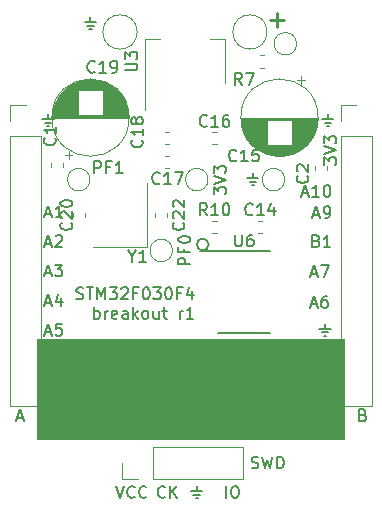
<source format=gbr>
G04 #@! TF.GenerationSoftware,KiCad,Pcbnew,5.1.2-1.fc30*
G04 #@! TF.CreationDate,2019-06-09T13:39:02+09:00*
G04 #@! TF.ProjectId,driver,64726976-6572-42e6-9b69-6361645f7063,rev?*
G04 #@! TF.SameCoordinates,Original*
G04 #@! TF.FileFunction,Legend,Top*
G04 #@! TF.FilePolarity,Positive*
%FSLAX46Y46*%
G04 Gerber Fmt 4.6, Leading zero omitted, Abs format (unit mm)*
G04 Created by KiCad (PCBNEW 5.1.2-1.fc30) date 2019-06-09 13:39:02*
%MOMM*%
%LPD*%
G04 APERTURE LIST*
%ADD10C,0.220000*%
%ADD11C,0.150000*%
%ADD12C,0.100000*%
%ADD13C,0.120000*%
G04 APERTURE END LIST*
D10*
X152228571Y-56507142D02*
X153371428Y-56507142D01*
X152800000Y-57078571D02*
X152800000Y-55935714D01*
D11*
X136523809Y-56680952D02*
X137476190Y-56680952D01*
X136714285Y-56966666D02*
X137285714Y-56966666D01*
X137000000Y-56252380D02*
X137000000Y-56680952D01*
X137095238Y-57252380D02*
X136904761Y-57252380D01*
X132923809Y-64880952D02*
X133876190Y-64880952D01*
X133114285Y-65166666D02*
X133685714Y-65166666D01*
X133400000Y-64452380D02*
X133400000Y-64880952D01*
X133495238Y-65452380D02*
X133304761Y-65452380D01*
X133187976Y-82916666D02*
X133664166Y-82916666D01*
X133092738Y-83202380D02*
X133426071Y-82202380D01*
X133759404Y-83202380D01*
X134568928Y-82202380D02*
X134092738Y-82202380D01*
X134045119Y-82678571D01*
X134092738Y-82630952D01*
X134187976Y-82583333D01*
X134426071Y-82583333D01*
X134521309Y-82630952D01*
X134568928Y-82678571D01*
X134616547Y-82773809D01*
X134616547Y-83011904D01*
X134568928Y-83107142D01*
X134521309Y-83154761D01*
X134426071Y-83202380D01*
X134187976Y-83202380D01*
X134092738Y-83154761D01*
X134045119Y-83107142D01*
X133187976Y-80416666D02*
X133664166Y-80416666D01*
X133092738Y-80702380D02*
X133426071Y-79702380D01*
X133759404Y-80702380D01*
X134521309Y-80035714D02*
X134521309Y-80702380D01*
X134283214Y-79654761D02*
X134045119Y-80369047D01*
X134664166Y-80369047D01*
X133187976Y-77916666D02*
X133664166Y-77916666D01*
X133092738Y-78202380D02*
X133426071Y-77202380D01*
X133759404Y-78202380D01*
X133997500Y-77202380D02*
X134616547Y-77202380D01*
X134283214Y-77583333D01*
X134426071Y-77583333D01*
X134521309Y-77630952D01*
X134568928Y-77678571D01*
X134616547Y-77773809D01*
X134616547Y-78011904D01*
X134568928Y-78107142D01*
X134521309Y-78154761D01*
X134426071Y-78202380D01*
X134140357Y-78202380D01*
X134045119Y-78154761D01*
X133997500Y-78107142D01*
X133187976Y-75416666D02*
X133664166Y-75416666D01*
X133092738Y-75702380D02*
X133426071Y-74702380D01*
X133759404Y-75702380D01*
X134045119Y-74797619D02*
X134092738Y-74750000D01*
X134187976Y-74702380D01*
X134426071Y-74702380D01*
X134521309Y-74750000D01*
X134568928Y-74797619D01*
X134616547Y-74892857D01*
X134616547Y-74988095D01*
X134568928Y-75130952D01*
X133997500Y-75702380D01*
X134616547Y-75702380D01*
X133187976Y-72916666D02*
X133664166Y-72916666D01*
X133092738Y-73202380D02*
X133426071Y-72202380D01*
X133759404Y-73202380D01*
X134616547Y-73202380D02*
X134045119Y-73202380D01*
X134330833Y-73202380D02*
X134330833Y-72202380D01*
X134235595Y-72345238D01*
X134140357Y-72440476D01*
X134045119Y-72488095D01*
X156373809Y-82630952D02*
X157326190Y-82630952D01*
X156564285Y-82916666D02*
X157135714Y-82916666D01*
X156850000Y-82202380D02*
X156850000Y-82630952D01*
X156945238Y-83202380D02*
X156754761Y-83202380D01*
X155683452Y-80566666D02*
X156159642Y-80566666D01*
X155588214Y-80852380D02*
X155921547Y-79852380D01*
X156254880Y-80852380D01*
X157016785Y-79852380D02*
X156826309Y-79852380D01*
X156731071Y-79900000D01*
X156683452Y-79947619D01*
X156588214Y-80090476D01*
X156540595Y-80280952D01*
X156540595Y-80661904D01*
X156588214Y-80757142D01*
X156635833Y-80804761D01*
X156731071Y-80852380D01*
X156921547Y-80852380D01*
X157016785Y-80804761D01*
X157064404Y-80757142D01*
X157112023Y-80661904D01*
X157112023Y-80423809D01*
X157064404Y-80328571D01*
X157016785Y-80280952D01*
X156921547Y-80233333D01*
X156731071Y-80233333D01*
X156635833Y-80280952D01*
X156588214Y-80328571D01*
X156540595Y-80423809D01*
X155683452Y-77966666D02*
X156159642Y-77966666D01*
X155588214Y-78252380D02*
X155921547Y-77252380D01*
X156254880Y-78252380D01*
X156492976Y-77252380D02*
X157159642Y-77252380D01*
X156731071Y-78252380D01*
X156121547Y-75178571D02*
X156264404Y-75226190D01*
X156312023Y-75273809D01*
X156359642Y-75369047D01*
X156359642Y-75511904D01*
X156312023Y-75607142D01*
X156264404Y-75654761D01*
X156169166Y-75702380D01*
X155788214Y-75702380D01*
X155788214Y-74702380D01*
X156121547Y-74702380D01*
X156216785Y-74750000D01*
X156264404Y-74797619D01*
X156312023Y-74892857D01*
X156312023Y-74988095D01*
X156264404Y-75083333D01*
X156216785Y-75130952D01*
X156121547Y-75178571D01*
X155788214Y-75178571D01*
X157312023Y-75702380D02*
X156740595Y-75702380D01*
X157026309Y-75702380D02*
X157026309Y-74702380D01*
X156931071Y-74845238D01*
X156835833Y-74940476D01*
X156740595Y-74988095D01*
X155883452Y-72966666D02*
X156359642Y-72966666D01*
X155788214Y-73252380D02*
X156121547Y-72252380D01*
X156454880Y-73252380D01*
X156835833Y-73252380D02*
X157026309Y-73252380D01*
X157121547Y-73204761D01*
X157169166Y-73157142D01*
X157264404Y-73014285D01*
X157312023Y-72823809D01*
X157312023Y-72442857D01*
X157264404Y-72347619D01*
X157216785Y-72300000D01*
X157121547Y-72252380D01*
X156931071Y-72252380D01*
X156835833Y-72300000D01*
X156788214Y-72347619D01*
X156740595Y-72442857D01*
X156740595Y-72680952D01*
X156788214Y-72776190D01*
X156835833Y-72823809D01*
X156931071Y-72871428D01*
X157121547Y-72871428D01*
X157216785Y-72823809D01*
X157264404Y-72776190D01*
X157312023Y-72680952D01*
X154931071Y-71166666D02*
X155407261Y-71166666D01*
X154835833Y-71452380D02*
X155169166Y-70452380D01*
X155502500Y-71452380D01*
X156359642Y-71452380D02*
X155788214Y-71452380D01*
X156073928Y-71452380D02*
X156073928Y-70452380D01*
X155978690Y-70595238D01*
X155883452Y-70690476D01*
X155788214Y-70738095D01*
X156978690Y-70452380D02*
X157073928Y-70452380D01*
X157169166Y-70500000D01*
X157216785Y-70547619D01*
X157264404Y-70642857D01*
X157312023Y-70833333D01*
X157312023Y-71071428D01*
X157264404Y-71261904D01*
X157216785Y-71357142D01*
X157169166Y-71404761D01*
X157073928Y-71452380D01*
X156978690Y-71452380D01*
X156883452Y-71404761D01*
X156835833Y-71357142D01*
X156788214Y-71261904D01*
X156740595Y-71071428D01*
X156740595Y-70833333D01*
X156788214Y-70642857D01*
X156835833Y-70547619D01*
X156883452Y-70500000D01*
X156978690Y-70452380D01*
X156802380Y-68738095D02*
X156802380Y-68119047D01*
X157183333Y-68452380D01*
X157183333Y-68309523D01*
X157230952Y-68214285D01*
X157278571Y-68166666D01*
X157373809Y-68119047D01*
X157611904Y-68119047D01*
X157707142Y-68166666D01*
X157754761Y-68214285D01*
X157802380Y-68309523D01*
X157802380Y-68595238D01*
X157754761Y-68690476D01*
X157707142Y-68738095D01*
X156802380Y-67833333D02*
X157802380Y-67500000D01*
X156802380Y-67166666D01*
X156802380Y-66928571D02*
X156802380Y-66309523D01*
X157183333Y-66642857D01*
X157183333Y-66500000D01*
X157230952Y-66404761D01*
X157278571Y-66357142D01*
X157373809Y-66309523D01*
X157611904Y-66309523D01*
X157707142Y-66357142D01*
X157754761Y-66404761D01*
X157802380Y-66500000D01*
X157802380Y-66785714D01*
X157754761Y-66880952D01*
X157707142Y-66928571D01*
X156623809Y-64880952D02*
X157576190Y-64880952D01*
X156814285Y-65166666D02*
X157385714Y-65166666D01*
X157100000Y-64452380D02*
X157100000Y-64880952D01*
X157195238Y-65452380D02*
X157004761Y-65452380D01*
X150273809Y-69880952D02*
X151226190Y-69880952D01*
X150464285Y-70166666D02*
X151035714Y-70166666D01*
X150750000Y-69452380D02*
X150750000Y-69880952D01*
X150845238Y-70452380D02*
X150654761Y-70452380D01*
X147452380Y-71238095D02*
X147452380Y-70619047D01*
X147833333Y-70952380D01*
X147833333Y-70809523D01*
X147880952Y-70714285D01*
X147928571Y-70666666D01*
X148023809Y-70619047D01*
X148261904Y-70619047D01*
X148357142Y-70666666D01*
X148404761Y-70714285D01*
X148452380Y-70809523D01*
X148452380Y-71095238D01*
X148404761Y-71190476D01*
X148357142Y-71238095D01*
X147452380Y-70333333D02*
X148452380Y-70000000D01*
X147452380Y-69666666D01*
X147452380Y-69428571D02*
X147452380Y-68809523D01*
X147833333Y-69142857D01*
X147833333Y-69000000D01*
X147880952Y-68904761D01*
X147928571Y-68857142D01*
X148023809Y-68809523D01*
X148261904Y-68809523D01*
X148357142Y-68857142D01*
X148404761Y-68904761D01*
X148452380Y-69000000D01*
X148452380Y-69285714D01*
X148404761Y-69380952D01*
X148357142Y-69428571D01*
X130761904Y-90166666D02*
X131238095Y-90166666D01*
X130666666Y-90452380D02*
X131000000Y-89452380D01*
X131333333Y-90452380D01*
X160071428Y-89928571D02*
X160214285Y-89976190D01*
X160261904Y-90023809D01*
X160309523Y-90119047D01*
X160309523Y-90261904D01*
X160261904Y-90357142D01*
X160214285Y-90404761D01*
X160119047Y-90452380D01*
X159738095Y-90452380D01*
X159738095Y-89452380D01*
X160071428Y-89452380D01*
X160166666Y-89500000D01*
X160214285Y-89547619D01*
X160261904Y-89642857D01*
X160261904Y-89738095D01*
X160214285Y-89833333D01*
X160166666Y-89880952D01*
X160071428Y-89928571D01*
X159738095Y-89928571D01*
X150642857Y-94404761D02*
X150785714Y-94452380D01*
X151023809Y-94452380D01*
X151119047Y-94404761D01*
X151166666Y-94357142D01*
X151214285Y-94261904D01*
X151214285Y-94166666D01*
X151166666Y-94071428D01*
X151119047Y-94023809D01*
X151023809Y-93976190D01*
X150833333Y-93928571D01*
X150738095Y-93880952D01*
X150690476Y-93833333D01*
X150642857Y-93738095D01*
X150642857Y-93642857D01*
X150690476Y-93547619D01*
X150738095Y-93500000D01*
X150833333Y-93452380D01*
X151071428Y-93452380D01*
X151214285Y-93500000D01*
X151547619Y-93452380D02*
X151785714Y-94452380D01*
X151976190Y-93738095D01*
X152166666Y-94452380D01*
X152404761Y-93452380D01*
X152785714Y-94452380D02*
X152785714Y-93452380D01*
X153023809Y-93452380D01*
X153166666Y-93500000D01*
X153261904Y-93595238D01*
X153309523Y-93690476D01*
X153357142Y-93880952D01*
X153357142Y-94023809D01*
X153309523Y-94214285D01*
X153261904Y-94309523D01*
X153166666Y-94404761D01*
X153023809Y-94452380D01*
X152785714Y-94452380D01*
X145523809Y-96380952D02*
X146476190Y-96380952D01*
X145714285Y-96666666D02*
X146285714Y-96666666D01*
X146000000Y-95952380D02*
X146000000Y-96380952D01*
X146095238Y-96952380D02*
X145904761Y-96952380D01*
X148476190Y-96952380D02*
X148476190Y-95952380D01*
X149142857Y-95952380D02*
X149333333Y-95952380D01*
X149428571Y-96000000D01*
X149523809Y-96095238D01*
X149571428Y-96285714D01*
X149571428Y-96619047D01*
X149523809Y-96809523D01*
X149428571Y-96904761D01*
X149333333Y-96952380D01*
X149142857Y-96952380D01*
X149047619Y-96904761D01*
X148952380Y-96809523D01*
X148904761Y-96619047D01*
X148904761Y-96285714D01*
X148952380Y-96095238D01*
X149047619Y-96000000D01*
X149142857Y-95952380D01*
X143309523Y-96857142D02*
X143261904Y-96904761D01*
X143119047Y-96952380D01*
X143023809Y-96952380D01*
X142880952Y-96904761D01*
X142785714Y-96809523D01*
X142738095Y-96714285D01*
X142690476Y-96523809D01*
X142690476Y-96380952D01*
X142738095Y-96190476D01*
X142785714Y-96095238D01*
X142880952Y-96000000D01*
X143023809Y-95952380D01*
X143119047Y-95952380D01*
X143261904Y-96000000D01*
X143309523Y-96047619D01*
X143738095Y-96952380D02*
X143738095Y-95952380D01*
X144309523Y-96952380D02*
X143880952Y-96380952D01*
X144309523Y-95952380D02*
X143738095Y-96523809D01*
X139166666Y-95952380D02*
X139500000Y-96952380D01*
X139833333Y-95952380D01*
X140738095Y-96857142D02*
X140690476Y-96904761D01*
X140547619Y-96952380D01*
X140452380Y-96952380D01*
X140309523Y-96904761D01*
X140214285Y-96809523D01*
X140166666Y-96714285D01*
X140119047Y-96523809D01*
X140119047Y-96380952D01*
X140166666Y-96190476D01*
X140214285Y-96095238D01*
X140309523Y-96000000D01*
X140452380Y-95952380D01*
X140547619Y-95952380D01*
X140690476Y-96000000D01*
X140738095Y-96047619D01*
X141738095Y-96857142D02*
X141690476Y-96904761D01*
X141547619Y-96952380D01*
X141452380Y-96952380D01*
X141309523Y-96904761D01*
X141214285Y-96809523D01*
X141166666Y-96714285D01*
X141119047Y-96523809D01*
X141119047Y-96380952D01*
X141166666Y-96190476D01*
X141214285Y-96095238D01*
X141309523Y-96000000D01*
X141452380Y-95952380D01*
X141547619Y-95952380D01*
X141690476Y-96000000D01*
X141738095Y-96047619D01*
X147000000Y-75500000D02*
G75*
G03X147000000Y-75500000I-500000J0D01*
G01*
X145452380Y-77166666D02*
X144452380Y-77166666D01*
X144452380Y-76785714D01*
X144500000Y-76690476D01*
X144547619Y-76642857D01*
X144642857Y-76595238D01*
X144785714Y-76595238D01*
X144880952Y-76642857D01*
X144928571Y-76690476D01*
X144976190Y-76785714D01*
X144976190Y-77166666D01*
X144928571Y-75833333D02*
X144928571Y-76166666D01*
X145452380Y-76166666D02*
X144452380Y-76166666D01*
X144452380Y-75690476D01*
X144452380Y-75119047D02*
X144452380Y-75023809D01*
X144500000Y-74928571D01*
X144547619Y-74880952D01*
X144642857Y-74833333D01*
X144833333Y-74785714D01*
X145071428Y-74785714D01*
X145261904Y-74833333D01*
X145357142Y-74880952D01*
X145404761Y-74928571D01*
X145452380Y-75023809D01*
X145452380Y-75119047D01*
X145404761Y-75214285D01*
X145357142Y-75261904D01*
X145261904Y-75309523D01*
X145071428Y-75357142D01*
X144833333Y-75357142D01*
X144642857Y-75309523D01*
X144547619Y-75261904D01*
X144500000Y-75214285D01*
X144452380Y-75119047D01*
X137333333Y-69452380D02*
X137333333Y-68452380D01*
X137714285Y-68452380D01*
X137809523Y-68500000D01*
X137857142Y-68547619D01*
X137904761Y-68642857D01*
X137904761Y-68785714D01*
X137857142Y-68880952D01*
X137809523Y-68928571D01*
X137714285Y-68976190D01*
X137333333Y-68976190D01*
X138666666Y-68928571D02*
X138333333Y-68928571D01*
X138333333Y-69452380D02*
X138333333Y-68452380D01*
X138809523Y-68452380D01*
X139714285Y-69452380D02*
X139142857Y-69452380D01*
X139428571Y-69452380D02*
X139428571Y-68452380D01*
X139333333Y-68595238D01*
X139238095Y-68690476D01*
X139142857Y-68738095D01*
X135807261Y-80079761D02*
X135950119Y-80127380D01*
X136188214Y-80127380D01*
X136283452Y-80079761D01*
X136331071Y-80032142D01*
X136378690Y-79936904D01*
X136378690Y-79841666D01*
X136331071Y-79746428D01*
X136283452Y-79698809D01*
X136188214Y-79651190D01*
X135997738Y-79603571D01*
X135902500Y-79555952D01*
X135854880Y-79508333D01*
X135807261Y-79413095D01*
X135807261Y-79317857D01*
X135854880Y-79222619D01*
X135902500Y-79175000D01*
X135997738Y-79127380D01*
X136235833Y-79127380D01*
X136378690Y-79175000D01*
X136664404Y-79127380D02*
X137235833Y-79127380D01*
X136950119Y-80127380D02*
X136950119Y-79127380D01*
X137569166Y-80127380D02*
X137569166Y-79127380D01*
X137902500Y-79841666D01*
X138235833Y-79127380D01*
X138235833Y-80127380D01*
X138616785Y-79127380D02*
X139235833Y-79127380D01*
X138902500Y-79508333D01*
X139045357Y-79508333D01*
X139140595Y-79555952D01*
X139188214Y-79603571D01*
X139235833Y-79698809D01*
X139235833Y-79936904D01*
X139188214Y-80032142D01*
X139140595Y-80079761D01*
X139045357Y-80127380D01*
X138759642Y-80127380D01*
X138664404Y-80079761D01*
X138616785Y-80032142D01*
X139616785Y-79222619D02*
X139664404Y-79175000D01*
X139759642Y-79127380D01*
X139997738Y-79127380D01*
X140092976Y-79175000D01*
X140140595Y-79222619D01*
X140188214Y-79317857D01*
X140188214Y-79413095D01*
X140140595Y-79555952D01*
X139569166Y-80127380D01*
X140188214Y-80127380D01*
X140950119Y-79603571D02*
X140616785Y-79603571D01*
X140616785Y-80127380D02*
X140616785Y-79127380D01*
X141092976Y-79127380D01*
X141664404Y-79127380D02*
X141759642Y-79127380D01*
X141854880Y-79175000D01*
X141902500Y-79222619D01*
X141950119Y-79317857D01*
X141997738Y-79508333D01*
X141997738Y-79746428D01*
X141950119Y-79936904D01*
X141902500Y-80032142D01*
X141854880Y-80079761D01*
X141759642Y-80127380D01*
X141664404Y-80127380D01*
X141569166Y-80079761D01*
X141521547Y-80032142D01*
X141473928Y-79936904D01*
X141426309Y-79746428D01*
X141426309Y-79508333D01*
X141473928Y-79317857D01*
X141521547Y-79222619D01*
X141569166Y-79175000D01*
X141664404Y-79127380D01*
X142331071Y-79127380D02*
X142950119Y-79127380D01*
X142616785Y-79508333D01*
X142759642Y-79508333D01*
X142854880Y-79555952D01*
X142902500Y-79603571D01*
X142950119Y-79698809D01*
X142950119Y-79936904D01*
X142902500Y-80032142D01*
X142854880Y-80079761D01*
X142759642Y-80127380D01*
X142473928Y-80127380D01*
X142378690Y-80079761D01*
X142331071Y-80032142D01*
X143569166Y-79127380D02*
X143664404Y-79127380D01*
X143759642Y-79175000D01*
X143807261Y-79222619D01*
X143854880Y-79317857D01*
X143902500Y-79508333D01*
X143902500Y-79746428D01*
X143854880Y-79936904D01*
X143807261Y-80032142D01*
X143759642Y-80079761D01*
X143664404Y-80127380D01*
X143569166Y-80127380D01*
X143473928Y-80079761D01*
X143426309Y-80032142D01*
X143378690Y-79936904D01*
X143331071Y-79746428D01*
X143331071Y-79508333D01*
X143378690Y-79317857D01*
X143426309Y-79222619D01*
X143473928Y-79175000D01*
X143569166Y-79127380D01*
X144664404Y-79603571D02*
X144331071Y-79603571D01*
X144331071Y-80127380D02*
X144331071Y-79127380D01*
X144807261Y-79127380D01*
X145616785Y-79460714D02*
X145616785Y-80127380D01*
X145378690Y-79079761D02*
X145140595Y-79794047D01*
X145759642Y-79794047D01*
X137331071Y-81777380D02*
X137331071Y-80777380D01*
X137331071Y-81158333D02*
X137426309Y-81110714D01*
X137616785Y-81110714D01*
X137712023Y-81158333D01*
X137759642Y-81205952D01*
X137807261Y-81301190D01*
X137807261Y-81586904D01*
X137759642Y-81682142D01*
X137712023Y-81729761D01*
X137616785Y-81777380D01*
X137426309Y-81777380D01*
X137331071Y-81729761D01*
X138235833Y-81777380D02*
X138235833Y-81110714D01*
X138235833Y-81301190D02*
X138283452Y-81205952D01*
X138331071Y-81158333D01*
X138426309Y-81110714D01*
X138521547Y-81110714D01*
X139235833Y-81729761D02*
X139140595Y-81777380D01*
X138950119Y-81777380D01*
X138854880Y-81729761D01*
X138807261Y-81634523D01*
X138807261Y-81253571D01*
X138854880Y-81158333D01*
X138950119Y-81110714D01*
X139140595Y-81110714D01*
X139235833Y-81158333D01*
X139283452Y-81253571D01*
X139283452Y-81348809D01*
X138807261Y-81444047D01*
X140140595Y-81777380D02*
X140140595Y-81253571D01*
X140092976Y-81158333D01*
X139997738Y-81110714D01*
X139807261Y-81110714D01*
X139712023Y-81158333D01*
X140140595Y-81729761D02*
X140045357Y-81777380D01*
X139807261Y-81777380D01*
X139712023Y-81729761D01*
X139664404Y-81634523D01*
X139664404Y-81539285D01*
X139712023Y-81444047D01*
X139807261Y-81396428D01*
X140045357Y-81396428D01*
X140140595Y-81348809D01*
X140616785Y-81777380D02*
X140616785Y-80777380D01*
X140712023Y-81396428D02*
X140997738Y-81777380D01*
X140997738Y-81110714D02*
X140616785Y-81491666D01*
X141569166Y-81777380D02*
X141473928Y-81729761D01*
X141426309Y-81682142D01*
X141378690Y-81586904D01*
X141378690Y-81301190D01*
X141426309Y-81205952D01*
X141473928Y-81158333D01*
X141569166Y-81110714D01*
X141712023Y-81110714D01*
X141807261Y-81158333D01*
X141854880Y-81205952D01*
X141902500Y-81301190D01*
X141902500Y-81586904D01*
X141854880Y-81682142D01*
X141807261Y-81729761D01*
X141712023Y-81777380D01*
X141569166Y-81777380D01*
X142759642Y-81110714D02*
X142759642Y-81777380D01*
X142331071Y-81110714D02*
X142331071Y-81634523D01*
X142378690Y-81729761D01*
X142473928Y-81777380D01*
X142616785Y-81777380D01*
X142712023Y-81729761D01*
X142759642Y-81682142D01*
X143092976Y-81110714D02*
X143473928Y-81110714D01*
X143235833Y-80777380D02*
X143235833Y-81634523D01*
X143283452Y-81729761D01*
X143378690Y-81777380D01*
X143473928Y-81777380D01*
X144569166Y-81777380D02*
X144569166Y-81110714D01*
X144569166Y-81301190D02*
X144616785Y-81205952D01*
X144664404Y-81158333D01*
X144759642Y-81110714D01*
X144854880Y-81110714D01*
X145712023Y-81777380D02*
X145140595Y-81777380D01*
X145426309Y-81777380D02*
X145426309Y-80777380D01*
X145331071Y-80920238D01*
X145235833Y-81015476D01*
X145140595Y-81063095D01*
D12*
G36*
X158500000Y-92000000D02*
G01*
X132500000Y-92000000D01*
X132500000Y-83500000D01*
X158500000Y-83500000D01*
X158500000Y-92000000D01*
G37*
X158500000Y-92000000D02*
X132500000Y-92000000D01*
X132500000Y-83500000D01*
X158500000Y-83500000D01*
X158500000Y-92000000D01*
D13*
X154450000Y-58500000D02*
G75*
G03X154450000Y-58500000I-950000J0D01*
G01*
X151950000Y-57500000D02*
G75*
G03X151950000Y-57500000I-1450000J0D01*
G01*
X140950000Y-57500000D02*
G75*
G03X140950000Y-57500000I-1450000J0D01*
G01*
X155990000Y-68828733D02*
X155990000Y-69171267D01*
X157010000Y-68828733D02*
X157010000Y-69171267D01*
X133690000Y-68628733D02*
X133690000Y-68971267D01*
X134710000Y-68628733D02*
X134710000Y-68971267D01*
X141750000Y-75700000D02*
X141750000Y-70300000D01*
X137250000Y-75700000D02*
X141750000Y-75700000D01*
D11*
X146250000Y-76050000D02*
X152225000Y-76050000D01*
X147775000Y-82950000D02*
X152225000Y-82950000D01*
D13*
X141590000Y-64100000D02*
X141590000Y-58090000D01*
X148410000Y-61850000D02*
X148410000Y-58090000D01*
X141590000Y-58090000D02*
X142850000Y-58090000D01*
X148410000Y-58090000D02*
X147150000Y-58090000D01*
X143950000Y-76000000D02*
G75*
G03X143950000Y-76000000I-950000J0D01*
G01*
X146950000Y-70000000D02*
G75*
G03X146950000Y-70000000I-950000J0D01*
G01*
X136950000Y-70000000D02*
G75*
G03X136950000Y-70000000I-950000J0D01*
G01*
X153450000Y-70000000D02*
G75*
G03X153450000Y-70000000I-950000J0D01*
G01*
X147328733Y-74510000D02*
X147671267Y-74510000D01*
X147328733Y-73490000D02*
X147671267Y-73490000D01*
X151671267Y-59490000D02*
X151328733Y-59490000D01*
X151671267Y-60510000D02*
X151328733Y-60510000D01*
X139670000Y-95330000D02*
X139670000Y-94000000D01*
X141000000Y-95330000D02*
X139670000Y-95330000D01*
X142270000Y-95330000D02*
X142270000Y-92670000D01*
X142270000Y-92670000D02*
X149950000Y-92670000D01*
X142270000Y-95330000D02*
X149950000Y-95330000D01*
X149950000Y-95330000D02*
X149950000Y-92670000D01*
X158170000Y-63670000D02*
X159500000Y-63670000D01*
X158170000Y-65000000D02*
X158170000Y-63670000D01*
X158170000Y-66270000D02*
X160830000Y-66270000D01*
X160830000Y-66270000D02*
X160830000Y-89190000D01*
X158170000Y-66270000D02*
X158170000Y-89190000D01*
X158170000Y-89190000D02*
X160830000Y-89190000D01*
X130170000Y-89190000D02*
X132830000Y-89190000D01*
X130170000Y-66270000D02*
X130170000Y-89190000D01*
X132830000Y-66270000D02*
X132830000Y-89190000D01*
X130170000Y-66270000D02*
X132830000Y-66270000D01*
X130170000Y-65000000D02*
X130170000Y-63670000D01*
X130170000Y-63670000D02*
X131500000Y-63670000D01*
X143510000Y-73171267D02*
X143510000Y-72828733D01*
X142490000Y-73171267D02*
X142490000Y-72828733D01*
X136510000Y-73171267D02*
X136510000Y-72828733D01*
X135490000Y-73171267D02*
X135490000Y-72828733D01*
X134846000Y-67935241D02*
X135476000Y-67935241D01*
X135161000Y-68250241D02*
X135161000Y-67620241D01*
X136598000Y-61509000D02*
X137402000Y-61509000D01*
X136367000Y-61549000D02*
X137633000Y-61549000D01*
X136198000Y-61589000D02*
X137802000Y-61589000D01*
X136060000Y-61629000D02*
X137940000Y-61629000D01*
X135941000Y-61669000D02*
X138059000Y-61669000D01*
X135835000Y-61709000D02*
X138165000Y-61709000D01*
X135738000Y-61749000D02*
X138262000Y-61749000D01*
X135650000Y-61789000D02*
X138350000Y-61789000D01*
X135568000Y-61829000D02*
X138432000Y-61829000D01*
X135491000Y-61869000D02*
X138509000Y-61869000D01*
X135419000Y-61909000D02*
X138581000Y-61909000D01*
X135350000Y-61949000D02*
X138650000Y-61949000D01*
X135286000Y-61989000D02*
X138714000Y-61989000D01*
X135224000Y-62029000D02*
X138776000Y-62029000D01*
X135166000Y-62069000D02*
X138834000Y-62069000D01*
X135110000Y-62109000D02*
X138890000Y-62109000D01*
X135056000Y-62149000D02*
X138944000Y-62149000D01*
X135005000Y-62189000D02*
X138995000Y-62189000D01*
X134956000Y-62229000D02*
X139044000Y-62229000D01*
X134908000Y-62269000D02*
X139092000Y-62269000D01*
X134863000Y-62309000D02*
X139137000Y-62309000D01*
X134818000Y-62349000D02*
X139182000Y-62349000D01*
X134776000Y-62389000D02*
X139224000Y-62389000D01*
X134735000Y-62429000D02*
X139265000Y-62429000D01*
X138040000Y-62469000D02*
X139305000Y-62469000D01*
X134695000Y-62469000D02*
X135960000Y-62469000D01*
X138040000Y-62509000D02*
X139343000Y-62509000D01*
X134657000Y-62509000D02*
X135960000Y-62509000D01*
X138040000Y-62549000D02*
X139380000Y-62549000D01*
X134620000Y-62549000D02*
X135960000Y-62549000D01*
X138040000Y-62589000D02*
X139416000Y-62589000D01*
X134584000Y-62589000D02*
X135960000Y-62589000D01*
X138040000Y-62629000D02*
X139450000Y-62629000D01*
X134550000Y-62629000D02*
X135960000Y-62629000D01*
X138040000Y-62669000D02*
X139484000Y-62669000D01*
X134516000Y-62669000D02*
X135960000Y-62669000D01*
X138040000Y-62709000D02*
X139516000Y-62709000D01*
X134484000Y-62709000D02*
X135960000Y-62709000D01*
X138040000Y-62749000D02*
X139548000Y-62749000D01*
X134452000Y-62749000D02*
X135960000Y-62749000D01*
X138040000Y-62789000D02*
X139578000Y-62789000D01*
X134422000Y-62789000D02*
X135960000Y-62789000D01*
X138040000Y-62829000D02*
X139607000Y-62829000D01*
X134393000Y-62829000D02*
X135960000Y-62829000D01*
X138040000Y-62869000D02*
X139636000Y-62869000D01*
X134364000Y-62869000D02*
X135960000Y-62869000D01*
X138040000Y-62909000D02*
X139664000Y-62909000D01*
X134336000Y-62909000D02*
X135960000Y-62909000D01*
X138040000Y-62949000D02*
X139690000Y-62949000D01*
X134310000Y-62949000D02*
X135960000Y-62949000D01*
X138040000Y-62989000D02*
X139716000Y-62989000D01*
X134284000Y-62989000D02*
X135960000Y-62989000D01*
X138040000Y-63029000D02*
X139742000Y-63029000D01*
X134258000Y-63029000D02*
X135960000Y-63029000D01*
X138040000Y-63069000D02*
X139766000Y-63069000D01*
X134234000Y-63069000D02*
X135960000Y-63069000D01*
X138040000Y-63109000D02*
X139790000Y-63109000D01*
X134210000Y-63109000D02*
X135960000Y-63109000D01*
X138040000Y-63149000D02*
X139812000Y-63149000D01*
X134188000Y-63149000D02*
X135960000Y-63149000D01*
X138040000Y-63189000D02*
X139834000Y-63189000D01*
X134166000Y-63189000D02*
X135960000Y-63189000D01*
X138040000Y-63229000D02*
X139856000Y-63229000D01*
X134144000Y-63229000D02*
X135960000Y-63229000D01*
X138040000Y-63269000D02*
X139876000Y-63269000D01*
X134124000Y-63269000D02*
X135960000Y-63269000D01*
X138040000Y-63309000D02*
X139896000Y-63309000D01*
X134104000Y-63309000D02*
X135960000Y-63309000D01*
X138040000Y-63349000D02*
X139916000Y-63349000D01*
X134084000Y-63349000D02*
X135960000Y-63349000D01*
X138040000Y-63389000D02*
X139934000Y-63389000D01*
X134066000Y-63389000D02*
X135960000Y-63389000D01*
X138040000Y-63429000D02*
X139952000Y-63429000D01*
X134048000Y-63429000D02*
X135960000Y-63429000D01*
X138040000Y-63469000D02*
X139970000Y-63469000D01*
X134030000Y-63469000D02*
X135960000Y-63469000D01*
X138040000Y-63509000D02*
X139986000Y-63509000D01*
X134014000Y-63509000D02*
X135960000Y-63509000D01*
X138040000Y-63549000D02*
X140002000Y-63549000D01*
X133998000Y-63549000D02*
X135960000Y-63549000D01*
X138040000Y-63589000D02*
X140018000Y-63589000D01*
X133982000Y-63589000D02*
X135960000Y-63589000D01*
X138040000Y-63629000D02*
X140033000Y-63629000D01*
X133967000Y-63629000D02*
X135960000Y-63629000D01*
X138040000Y-63669000D02*
X140047000Y-63669000D01*
X133953000Y-63669000D02*
X135960000Y-63669000D01*
X138040000Y-63709000D02*
X140061000Y-63709000D01*
X133939000Y-63709000D02*
X135960000Y-63709000D01*
X138040000Y-63749000D02*
X140074000Y-63749000D01*
X133926000Y-63749000D02*
X135960000Y-63749000D01*
X138040000Y-63789000D02*
X140086000Y-63789000D01*
X133914000Y-63789000D02*
X135960000Y-63789000D01*
X138040000Y-63829000D02*
X140098000Y-63829000D01*
X133902000Y-63829000D02*
X135960000Y-63829000D01*
X138040000Y-63869000D02*
X140110000Y-63869000D01*
X133890000Y-63869000D02*
X135960000Y-63869000D01*
X138040000Y-63909000D02*
X140121000Y-63909000D01*
X133879000Y-63909000D02*
X135960000Y-63909000D01*
X138040000Y-63949000D02*
X140131000Y-63949000D01*
X133869000Y-63949000D02*
X135960000Y-63949000D01*
X138040000Y-63989000D02*
X140141000Y-63989000D01*
X133859000Y-63989000D02*
X135960000Y-63989000D01*
X138040000Y-64029000D02*
X140150000Y-64029000D01*
X133850000Y-64029000D02*
X135960000Y-64029000D01*
X138040000Y-64070000D02*
X140159000Y-64070000D01*
X133841000Y-64070000D02*
X135960000Y-64070000D01*
X138040000Y-64110000D02*
X140167000Y-64110000D01*
X133833000Y-64110000D02*
X135960000Y-64110000D01*
X138040000Y-64150000D02*
X140175000Y-64150000D01*
X133825000Y-64150000D02*
X135960000Y-64150000D01*
X138040000Y-64190000D02*
X140182000Y-64190000D01*
X133818000Y-64190000D02*
X135960000Y-64190000D01*
X138040000Y-64230000D02*
X140189000Y-64230000D01*
X133811000Y-64230000D02*
X135960000Y-64230000D01*
X138040000Y-64270000D02*
X140195000Y-64270000D01*
X133805000Y-64270000D02*
X135960000Y-64270000D01*
X138040000Y-64310000D02*
X140201000Y-64310000D01*
X133799000Y-64310000D02*
X135960000Y-64310000D01*
X138040000Y-64350000D02*
X140206000Y-64350000D01*
X133794000Y-64350000D02*
X135960000Y-64350000D01*
X138040000Y-64390000D02*
X140211000Y-64390000D01*
X133789000Y-64390000D02*
X135960000Y-64390000D01*
X138040000Y-64430000D02*
X140215000Y-64430000D01*
X133785000Y-64430000D02*
X135960000Y-64430000D01*
X138040000Y-64470000D02*
X140218000Y-64470000D01*
X133782000Y-64470000D02*
X135960000Y-64470000D01*
X138040000Y-64510000D02*
X140222000Y-64510000D01*
X133778000Y-64510000D02*
X135960000Y-64510000D01*
X133776000Y-64550000D02*
X140224000Y-64550000D01*
X133773000Y-64590000D02*
X140227000Y-64590000D01*
X133772000Y-64630000D02*
X140228000Y-64630000D01*
X133770000Y-64670000D02*
X140230000Y-64670000D01*
X133770000Y-64710000D02*
X140230000Y-64710000D01*
X133770000Y-64750000D02*
X140230000Y-64750000D01*
X140270000Y-64750000D02*
G75*
G03X140270000Y-64750000I-3270000J0D01*
G01*
X143671267Y-65990000D02*
X143328733Y-65990000D01*
X143671267Y-67010000D02*
X143328733Y-67010000D01*
X143671267Y-67990000D02*
X143328733Y-67990000D01*
X143671267Y-69010000D02*
X143328733Y-69010000D01*
X147328733Y-67010000D02*
X147671267Y-67010000D01*
X147328733Y-65990000D02*
X147671267Y-65990000D01*
X155154000Y-61564759D02*
X154524000Y-61564759D01*
X154839000Y-61249759D02*
X154839000Y-61879759D01*
X153402000Y-67991000D02*
X152598000Y-67991000D01*
X153633000Y-67951000D02*
X152367000Y-67951000D01*
X153802000Y-67911000D02*
X152198000Y-67911000D01*
X153940000Y-67871000D02*
X152060000Y-67871000D01*
X154059000Y-67831000D02*
X151941000Y-67831000D01*
X154165000Y-67791000D02*
X151835000Y-67791000D01*
X154262000Y-67751000D02*
X151738000Y-67751000D01*
X154350000Y-67711000D02*
X151650000Y-67711000D01*
X154432000Y-67671000D02*
X151568000Y-67671000D01*
X154509000Y-67631000D02*
X151491000Y-67631000D01*
X154581000Y-67591000D02*
X151419000Y-67591000D01*
X154650000Y-67551000D02*
X151350000Y-67551000D01*
X154714000Y-67511000D02*
X151286000Y-67511000D01*
X154776000Y-67471000D02*
X151224000Y-67471000D01*
X154834000Y-67431000D02*
X151166000Y-67431000D01*
X154890000Y-67391000D02*
X151110000Y-67391000D01*
X154944000Y-67351000D02*
X151056000Y-67351000D01*
X154995000Y-67311000D02*
X151005000Y-67311000D01*
X155044000Y-67271000D02*
X150956000Y-67271000D01*
X155092000Y-67231000D02*
X150908000Y-67231000D01*
X155137000Y-67191000D02*
X150863000Y-67191000D01*
X155182000Y-67151000D02*
X150818000Y-67151000D01*
X155224000Y-67111000D02*
X150776000Y-67111000D01*
X155265000Y-67071000D02*
X150735000Y-67071000D01*
X151960000Y-67031000D02*
X150695000Y-67031000D01*
X155305000Y-67031000D02*
X154040000Y-67031000D01*
X151960000Y-66991000D02*
X150657000Y-66991000D01*
X155343000Y-66991000D02*
X154040000Y-66991000D01*
X151960000Y-66951000D02*
X150620000Y-66951000D01*
X155380000Y-66951000D02*
X154040000Y-66951000D01*
X151960000Y-66911000D02*
X150584000Y-66911000D01*
X155416000Y-66911000D02*
X154040000Y-66911000D01*
X151960000Y-66871000D02*
X150550000Y-66871000D01*
X155450000Y-66871000D02*
X154040000Y-66871000D01*
X151960000Y-66831000D02*
X150516000Y-66831000D01*
X155484000Y-66831000D02*
X154040000Y-66831000D01*
X151960000Y-66791000D02*
X150484000Y-66791000D01*
X155516000Y-66791000D02*
X154040000Y-66791000D01*
X151960000Y-66751000D02*
X150452000Y-66751000D01*
X155548000Y-66751000D02*
X154040000Y-66751000D01*
X151960000Y-66711000D02*
X150422000Y-66711000D01*
X155578000Y-66711000D02*
X154040000Y-66711000D01*
X151960000Y-66671000D02*
X150393000Y-66671000D01*
X155607000Y-66671000D02*
X154040000Y-66671000D01*
X151960000Y-66631000D02*
X150364000Y-66631000D01*
X155636000Y-66631000D02*
X154040000Y-66631000D01*
X151960000Y-66591000D02*
X150336000Y-66591000D01*
X155664000Y-66591000D02*
X154040000Y-66591000D01*
X151960000Y-66551000D02*
X150310000Y-66551000D01*
X155690000Y-66551000D02*
X154040000Y-66551000D01*
X151960000Y-66511000D02*
X150284000Y-66511000D01*
X155716000Y-66511000D02*
X154040000Y-66511000D01*
X151960000Y-66471000D02*
X150258000Y-66471000D01*
X155742000Y-66471000D02*
X154040000Y-66471000D01*
X151960000Y-66431000D02*
X150234000Y-66431000D01*
X155766000Y-66431000D02*
X154040000Y-66431000D01*
X151960000Y-66391000D02*
X150210000Y-66391000D01*
X155790000Y-66391000D02*
X154040000Y-66391000D01*
X151960000Y-66351000D02*
X150188000Y-66351000D01*
X155812000Y-66351000D02*
X154040000Y-66351000D01*
X151960000Y-66311000D02*
X150166000Y-66311000D01*
X155834000Y-66311000D02*
X154040000Y-66311000D01*
X151960000Y-66271000D02*
X150144000Y-66271000D01*
X155856000Y-66271000D02*
X154040000Y-66271000D01*
X151960000Y-66231000D02*
X150124000Y-66231000D01*
X155876000Y-66231000D02*
X154040000Y-66231000D01*
X151960000Y-66191000D02*
X150104000Y-66191000D01*
X155896000Y-66191000D02*
X154040000Y-66191000D01*
X151960000Y-66151000D02*
X150084000Y-66151000D01*
X155916000Y-66151000D02*
X154040000Y-66151000D01*
X151960000Y-66111000D02*
X150066000Y-66111000D01*
X155934000Y-66111000D02*
X154040000Y-66111000D01*
X151960000Y-66071000D02*
X150048000Y-66071000D01*
X155952000Y-66071000D02*
X154040000Y-66071000D01*
X151960000Y-66031000D02*
X150030000Y-66031000D01*
X155970000Y-66031000D02*
X154040000Y-66031000D01*
X151960000Y-65991000D02*
X150014000Y-65991000D01*
X155986000Y-65991000D02*
X154040000Y-65991000D01*
X151960000Y-65951000D02*
X149998000Y-65951000D01*
X156002000Y-65951000D02*
X154040000Y-65951000D01*
X151960000Y-65911000D02*
X149982000Y-65911000D01*
X156018000Y-65911000D02*
X154040000Y-65911000D01*
X151960000Y-65871000D02*
X149967000Y-65871000D01*
X156033000Y-65871000D02*
X154040000Y-65871000D01*
X151960000Y-65831000D02*
X149953000Y-65831000D01*
X156047000Y-65831000D02*
X154040000Y-65831000D01*
X151960000Y-65791000D02*
X149939000Y-65791000D01*
X156061000Y-65791000D02*
X154040000Y-65791000D01*
X151960000Y-65751000D02*
X149926000Y-65751000D01*
X156074000Y-65751000D02*
X154040000Y-65751000D01*
X151960000Y-65711000D02*
X149914000Y-65711000D01*
X156086000Y-65711000D02*
X154040000Y-65711000D01*
X151960000Y-65671000D02*
X149902000Y-65671000D01*
X156098000Y-65671000D02*
X154040000Y-65671000D01*
X151960000Y-65631000D02*
X149890000Y-65631000D01*
X156110000Y-65631000D02*
X154040000Y-65631000D01*
X151960000Y-65591000D02*
X149879000Y-65591000D01*
X156121000Y-65591000D02*
X154040000Y-65591000D01*
X151960000Y-65551000D02*
X149869000Y-65551000D01*
X156131000Y-65551000D02*
X154040000Y-65551000D01*
X151960000Y-65511000D02*
X149859000Y-65511000D01*
X156141000Y-65511000D02*
X154040000Y-65511000D01*
X151960000Y-65471000D02*
X149850000Y-65471000D01*
X156150000Y-65471000D02*
X154040000Y-65471000D01*
X151960000Y-65430000D02*
X149841000Y-65430000D01*
X156159000Y-65430000D02*
X154040000Y-65430000D01*
X151960000Y-65390000D02*
X149833000Y-65390000D01*
X156167000Y-65390000D02*
X154040000Y-65390000D01*
X151960000Y-65350000D02*
X149825000Y-65350000D01*
X156175000Y-65350000D02*
X154040000Y-65350000D01*
X151960000Y-65310000D02*
X149818000Y-65310000D01*
X156182000Y-65310000D02*
X154040000Y-65310000D01*
X151960000Y-65270000D02*
X149811000Y-65270000D01*
X156189000Y-65270000D02*
X154040000Y-65270000D01*
X151960000Y-65230000D02*
X149805000Y-65230000D01*
X156195000Y-65230000D02*
X154040000Y-65230000D01*
X151960000Y-65190000D02*
X149799000Y-65190000D01*
X156201000Y-65190000D02*
X154040000Y-65190000D01*
X151960000Y-65150000D02*
X149794000Y-65150000D01*
X156206000Y-65150000D02*
X154040000Y-65150000D01*
X151960000Y-65110000D02*
X149789000Y-65110000D01*
X156211000Y-65110000D02*
X154040000Y-65110000D01*
X151960000Y-65070000D02*
X149785000Y-65070000D01*
X156215000Y-65070000D02*
X154040000Y-65070000D01*
X151960000Y-65030000D02*
X149782000Y-65030000D01*
X156218000Y-65030000D02*
X154040000Y-65030000D01*
X151960000Y-64990000D02*
X149778000Y-64990000D01*
X156222000Y-64990000D02*
X154040000Y-64990000D01*
X156224000Y-64950000D02*
X149776000Y-64950000D01*
X156227000Y-64910000D02*
X149773000Y-64910000D01*
X156228000Y-64870000D02*
X149772000Y-64870000D01*
X156230000Y-64830000D02*
X149770000Y-64830000D01*
X156230000Y-64790000D02*
X149770000Y-64790000D01*
X156230000Y-64750000D02*
X149770000Y-64750000D01*
X156270000Y-64750000D02*
G75*
G03X156270000Y-64750000I-3270000J0D01*
G01*
X151203733Y-74510000D02*
X151546267Y-74510000D01*
X151203733Y-73490000D02*
X151546267Y-73490000D01*
D11*
X155357142Y-69666666D02*
X155404761Y-69714285D01*
X155452380Y-69857142D01*
X155452380Y-69952380D01*
X155404761Y-70095238D01*
X155309523Y-70190476D01*
X155214285Y-70238095D01*
X155023809Y-70285714D01*
X154880952Y-70285714D01*
X154690476Y-70238095D01*
X154595238Y-70190476D01*
X154500000Y-70095238D01*
X154452380Y-69952380D01*
X154452380Y-69857142D01*
X154500000Y-69714285D01*
X154547619Y-69666666D01*
X154547619Y-69285714D02*
X154500000Y-69238095D01*
X154452380Y-69142857D01*
X154452380Y-68904761D01*
X154500000Y-68809523D01*
X154547619Y-68761904D01*
X154642857Y-68714285D01*
X154738095Y-68714285D01*
X154880952Y-68761904D01*
X155452380Y-69333333D01*
X155452380Y-68714285D01*
X133957142Y-66466666D02*
X134004761Y-66514285D01*
X134052380Y-66657142D01*
X134052380Y-66752380D01*
X134004761Y-66895238D01*
X133909523Y-66990476D01*
X133814285Y-67038095D01*
X133623809Y-67085714D01*
X133480952Y-67085714D01*
X133290476Y-67038095D01*
X133195238Y-66990476D01*
X133100000Y-66895238D01*
X133052380Y-66752380D01*
X133052380Y-66657142D01*
X133100000Y-66514285D01*
X133147619Y-66466666D01*
X134052380Y-65514285D02*
X134052380Y-66085714D01*
X134052380Y-65800000D02*
X133052380Y-65800000D01*
X133195238Y-65895238D01*
X133290476Y-65990476D01*
X133338095Y-66085714D01*
X140523809Y-76476190D02*
X140523809Y-76952380D01*
X140190476Y-75952380D02*
X140523809Y-76476190D01*
X140857142Y-75952380D01*
X141714285Y-76952380D02*
X141142857Y-76952380D01*
X141428571Y-76952380D02*
X141428571Y-75952380D01*
X141333333Y-76095238D01*
X141238095Y-76190476D01*
X141142857Y-76238095D01*
X149238095Y-74652380D02*
X149238095Y-75461904D01*
X149285714Y-75557142D01*
X149333333Y-75604761D01*
X149428571Y-75652380D01*
X149619047Y-75652380D01*
X149714285Y-75604761D01*
X149761904Y-75557142D01*
X149809523Y-75461904D01*
X149809523Y-74652380D01*
X150714285Y-74652380D02*
X150523809Y-74652380D01*
X150428571Y-74700000D01*
X150380952Y-74747619D01*
X150285714Y-74890476D01*
X150238095Y-75080952D01*
X150238095Y-75461904D01*
X150285714Y-75557142D01*
X150333333Y-75604761D01*
X150428571Y-75652380D01*
X150619047Y-75652380D01*
X150714285Y-75604761D01*
X150761904Y-75557142D01*
X150809523Y-75461904D01*
X150809523Y-75223809D01*
X150761904Y-75128571D01*
X150714285Y-75080952D01*
X150619047Y-75033333D01*
X150428571Y-75033333D01*
X150333333Y-75080952D01*
X150285714Y-75128571D01*
X150238095Y-75223809D01*
X139952380Y-60761904D02*
X140761904Y-60761904D01*
X140857142Y-60714285D01*
X140904761Y-60666666D01*
X140952380Y-60571428D01*
X140952380Y-60380952D01*
X140904761Y-60285714D01*
X140857142Y-60238095D01*
X140761904Y-60190476D01*
X139952380Y-60190476D01*
X139952380Y-59809523D02*
X139952380Y-59190476D01*
X140333333Y-59523809D01*
X140333333Y-59380952D01*
X140380952Y-59285714D01*
X140428571Y-59238095D01*
X140523809Y-59190476D01*
X140761904Y-59190476D01*
X140857142Y-59238095D01*
X140904761Y-59285714D01*
X140952380Y-59380952D01*
X140952380Y-59666666D01*
X140904761Y-59761904D01*
X140857142Y-59809523D01*
X146857142Y-73022380D02*
X146523809Y-72546190D01*
X146285714Y-73022380D02*
X146285714Y-72022380D01*
X146666666Y-72022380D01*
X146761904Y-72070000D01*
X146809523Y-72117619D01*
X146857142Y-72212857D01*
X146857142Y-72355714D01*
X146809523Y-72450952D01*
X146761904Y-72498571D01*
X146666666Y-72546190D01*
X146285714Y-72546190D01*
X147809523Y-73022380D02*
X147238095Y-73022380D01*
X147523809Y-73022380D02*
X147523809Y-72022380D01*
X147428571Y-72165238D01*
X147333333Y-72260476D01*
X147238095Y-72308095D01*
X148428571Y-72022380D02*
X148523809Y-72022380D01*
X148619047Y-72070000D01*
X148666666Y-72117619D01*
X148714285Y-72212857D01*
X148761904Y-72403333D01*
X148761904Y-72641428D01*
X148714285Y-72831904D01*
X148666666Y-72927142D01*
X148619047Y-72974761D01*
X148523809Y-73022380D01*
X148428571Y-73022380D01*
X148333333Y-72974761D01*
X148285714Y-72927142D01*
X148238095Y-72831904D01*
X148190476Y-72641428D01*
X148190476Y-72403333D01*
X148238095Y-72212857D01*
X148285714Y-72117619D01*
X148333333Y-72070000D01*
X148428571Y-72022380D01*
X149833333Y-61952380D02*
X149500000Y-61476190D01*
X149261904Y-61952380D02*
X149261904Y-60952380D01*
X149642857Y-60952380D01*
X149738095Y-61000000D01*
X149785714Y-61047619D01*
X149833333Y-61142857D01*
X149833333Y-61285714D01*
X149785714Y-61380952D01*
X149738095Y-61428571D01*
X149642857Y-61476190D01*
X149261904Y-61476190D01*
X150166666Y-60952380D02*
X150833333Y-60952380D01*
X150404761Y-61952380D01*
X144857142Y-73642857D02*
X144904761Y-73690476D01*
X144952380Y-73833333D01*
X144952380Y-73928571D01*
X144904761Y-74071428D01*
X144809523Y-74166666D01*
X144714285Y-74214285D01*
X144523809Y-74261904D01*
X144380952Y-74261904D01*
X144190476Y-74214285D01*
X144095238Y-74166666D01*
X144000000Y-74071428D01*
X143952380Y-73928571D01*
X143952380Y-73833333D01*
X144000000Y-73690476D01*
X144047619Y-73642857D01*
X144047619Y-73261904D02*
X144000000Y-73214285D01*
X143952380Y-73119047D01*
X143952380Y-72880952D01*
X144000000Y-72785714D01*
X144047619Y-72738095D01*
X144142857Y-72690476D01*
X144238095Y-72690476D01*
X144380952Y-72738095D01*
X144952380Y-73309523D01*
X144952380Y-72690476D01*
X144047619Y-72309523D02*
X144000000Y-72261904D01*
X143952380Y-72166666D01*
X143952380Y-71928571D01*
X144000000Y-71833333D01*
X144047619Y-71785714D01*
X144142857Y-71738095D01*
X144238095Y-71738095D01*
X144380952Y-71785714D01*
X144952380Y-72357142D01*
X144952380Y-71738095D01*
X135357142Y-73642857D02*
X135404761Y-73690476D01*
X135452380Y-73833333D01*
X135452380Y-73928571D01*
X135404761Y-74071428D01*
X135309523Y-74166666D01*
X135214285Y-74214285D01*
X135023809Y-74261904D01*
X134880952Y-74261904D01*
X134690476Y-74214285D01*
X134595238Y-74166666D01*
X134500000Y-74071428D01*
X134452380Y-73928571D01*
X134452380Y-73833333D01*
X134500000Y-73690476D01*
X134547619Y-73642857D01*
X134547619Y-73261904D02*
X134500000Y-73214285D01*
X134452380Y-73119047D01*
X134452380Y-72880952D01*
X134500000Y-72785714D01*
X134547619Y-72738095D01*
X134642857Y-72690476D01*
X134738095Y-72690476D01*
X134880952Y-72738095D01*
X135452380Y-73309523D01*
X135452380Y-72690476D01*
X134452380Y-72071428D02*
X134452380Y-71976190D01*
X134500000Y-71880952D01*
X134547619Y-71833333D01*
X134642857Y-71785714D01*
X134833333Y-71738095D01*
X135071428Y-71738095D01*
X135261904Y-71785714D01*
X135357142Y-71833333D01*
X135404761Y-71880952D01*
X135452380Y-71976190D01*
X135452380Y-72071428D01*
X135404761Y-72166666D01*
X135357142Y-72214285D01*
X135261904Y-72261904D01*
X135071428Y-72309523D01*
X134833333Y-72309523D01*
X134642857Y-72261904D01*
X134547619Y-72214285D01*
X134500000Y-72166666D01*
X134452380Y-72071428D01*
X137357142Y-60857142D02*
X137309523Y-60904761D01*
X137166666Y-60952380D01*
X137071428Y-60952380D01*
X136928571Y-60904761D01*
X136833333Y-60809523D01*
X136785714Y-60714285D01*
X136738095Y-60523809D01*
X136738095Y-60380952D01*
X136785714Y-60190476D01*
X136833333Y-60095238D01*
X136928571Y-60000000D01*
X137071428Y-59952380D01*
X137166666Y-59952380D01*
X137309523Y-60000000D01*
X137357142Y-60047619D01*
X138309523Y-60952380D02*
X137738095Y-60952380D01*
X138023809Y-60952380D02*
X138023809Y-59952380D01*
X137928571Y-60095238D01*
X137833333Y-60190476D01*
X137738095Y-60238095D01*
X138785714Y-60952380D02*
X138976190Y-60952380D01*
X139071428Y-60904761D01*
X139119047Y-60857142D01*
X139214285Y-60714285D01*
X139261904Y-60523809D01*
X139261904Y-60142857D01*
X139214285Y-60047619D01*
X139166666Y-60000000D01*
X139071428Y-59952380D01*
X138880952Y-59952380D01*
X138785714Y-60000000D01*
X138738095Y-60047619D01*
X138690476Y-60142857D01*
X138690476Y-60380952D01*
X138738095Y-60476190D01*
X138785714Y-60523809D01*
X138880952Y-60571428D01*
X139071428Y-60571428D01*
X139166666Y-60523809D01*
X139214285Y-60476190D01*
X139261904Y-60380952D01*
X141357142Y-66642857D02*
X141404761Y-66690476D01*
X141452380Y-66833333D01*
X141452380Y-66928571D01*
X141404761Y-67071428D01*
X141309523Y-67166666D01*
X141214285Y-67214285D01*
X141023809Y-67261904D01*
X140880952Y-67261904D01*
X140690476Y-67214285D01*
X140595238Y-67166666D01*
X140500000Y-67071428D01*
X140452380Y-66928571D01*
X140452380Y-66833333D01*
X140500000Y-66690476D01*
X140547619Y-66642857D01*
X141452380Y-65690476D02*
X141452380Y-66261904D01*
X141452380Y-65976190D02*
X140452380Y-65976190D01*
X140595238Y-66071428D01*
X140690476Y-66166666D01*
X140738095Y-66261904D01*
X140880952Y-65119047D02*
X140833333Y-65214285D01*
X140785714Y-65261904D01*
X140690476Y-65309523D01*
X140642857Y-65309523D01*
X140547619Y-65261904D01*
X140500000Y-65214285D01*
X140452380Y-65119047D01*
X140452380Y-64928571D01*
X140500000Y-64833333D01*
X140547619Y-64785714D01*
X140642857Y-64738095D01*
X140690476Y-64738095D01*
X140785714Y-64785714D01*
X140833333Y-64833333D01*
X140880952Y-64928571D01*
X140880952Y-65119047D01*
X140928571Y-65214285D01*
X140976190Y-65261904D01*
X141071428Y-65309523D01*
X141261904Y-65309523D01*
X141357142Y-65261904D01*
X141404761Y-65214285D01*
X141452380Y-65119047D01*
X141452380Y-64928571D01*
X141404761Y-64833333D01*
X141357142Y-64785714D01*
X141261904Y-64738095D01*
X141071428Y-64738095D01*
X140976190Y-64785714D01*
X140928571Y-64833333D01*
X140880952Y-64928571D01*
X142857142Y-70287142D02*
X142809523Y-70334761D01*
X142666666Y-70382380D01*
X142571428Y-70382380D01*
X142428571Y-70334761D01*
X142333333Y-70239523D01*
X142285714Y-70144285D01*
X142238095Y-69953809D01*
X142238095Y-69810952D01*
X142285714Y-69620476D01*
X142333333Y-69525238D01*
X142428571Y-69430000D01*
X142571428Y-69382380D01*
X142666666Y-69382380D01*
X142809523Y-69430000D01*
X142857142Y-69477619D01*
X143809523Y-70382380D02*
X143238095Y-70382380D01*
X143523809Y-70382380D02*
X143523809Y-69382380D01*
X143428571Y-69525238D01*
X143333333Y-69620476D01*
X143238095Y-69668095D01*
X144142857Y-69382380D02*
X144809523Y-69382380D01*
X144380952Y-70382380D01*
X146857142Y-65427142D02*
X146809523Y-65474761D01*
X146666666Y-65522380D01*
X146571428Y-65522380D01*
X146428571Y-65474761D01*
X146333333Y-65379523D01*
X146285714Y-65284285D01*
X146238095Y-65093809D01*
X146238095Y-64950952D01*
X146285714Y-64760476D01*
X146333333Y-64665238D01*
X146428571Y-64570000D01*
X146571428Y-64522380D01*
X146666666Y-64522380D01*
X146809523Y-64570000D01*
X146857142Y-64617619D01*
X147809523Y-65522380D02*
X147238095Y-65522380D01*
X147523809Y-65522380D02*
X147523809Y-64522380D01*
X147428571Y-64665238D01*
X147333333Y-64760476D01*
X147238095Y-64808095D01*
X148666666Y-64522380D02*
X148476190Y-64522380D01*
X148380952Y-64570000D01*
X148333333Y-64617619D01*
X148238095Y-64760476D01*
X148190476Y-64950952D01*
X148190476Y-65331904D01*
X148238095Y-65427142D01*
X148285714Y-65474761D01*
X148380952Y-65522380D01*
X148571428Y-65522380D01*
X148666666Y-65474761D01*
X148714285Y-65427142D01*
X148761904Y-65331904D01*
X148761904Y-65093809D01*
X148714285Y-64998571D01*
X148666666Y-64950952D01*
X148571428Y-64903333D01*
X148380952Y-64903333D01*
X148285714Y-64950952D01*
X148238095Y-64998571D01*
X148190476Y-65093809D01*
X149357142Y-68357142D02*
X149309523Y-68404761D01*
X149166666Y-68452380D01*
X149071428Y-68452380D01*
X148928571Y-68404761D01*
X148833333Y-68309523D01*
X148785714Y-68214285D01*
X148738095Y-68023809D01*
X148738095Y-67880952D01*
X148785714Y-67690476D01*
X148833333Y-67595238D01*
X148928571Y-67500000D01*
X149071428Y-67452380D01*
X149166666Y-67452380D01*
X149309523Y-67500000D01*
X149357142Y-67547619D01*
X150309523Y-68452380D02*
X149738095Y-68452380D01*
X150023809Y-68452380D02*
X150023809Y-67452380D01*
X149928571Y-67595238D01*
X149833333Y-67690476D01*
X149738095Y-67738095D01*
X151214285Y-67452380D02*
X150738095Y-67452380D01*
X150690476Y-67928571D01*
X150738095Y-67880952D01*
X150833333Y-67833333D01*
X151071428Y-67833333D01*
X151166666Y-67880952D01*
X151214285Y-67928571D01*
X151261904Y-68023809D01*
X151261904Y-68261904D01*
X151214285Y-68357142D01*
X151166666Y-68404761D01*
X151071428Y-68452380D01*
X150833333Y-68452380D01*
X150738095Y-68404761D01*
X150690476Y-68357142D01*
X150732142Y-72927142D02*
X150684523Y-72974761D01*
X150541666Y-73022380D01*
X150446428Y-73022380D01*
X150303571Y-72974761D01*
X150208333Y-72879523D01*
X150160714Y-72784285D01*
X150113095Y-72593809D01*
X150113095Y-72450952D01*
X150160714Y-72260476D01*
X150208333Y-72165238D01*
X150303571Y-72070000D01*
X150446428Y-72022380D01*
X150541666Y-72022380D01*
X150684523Y-72070000D01*
X150732142Y-72117619D01*
X151684523Y-73022380D02*
X151113095Y-73022380D01*
X151398809Y-73022380D02*
X151398809Y-72022380D01*
X151303571Y-72165238D01*
X151208333Y-72260476D01*
X151113095Y-72308095D01*
X152541666Y-72355714D02*
X152541666Y-73022380D01*
X152303571Y-71974761D02*
X152065476Y-72689047D01*
X152684523Y-72689047D01*
M02*

</source>
